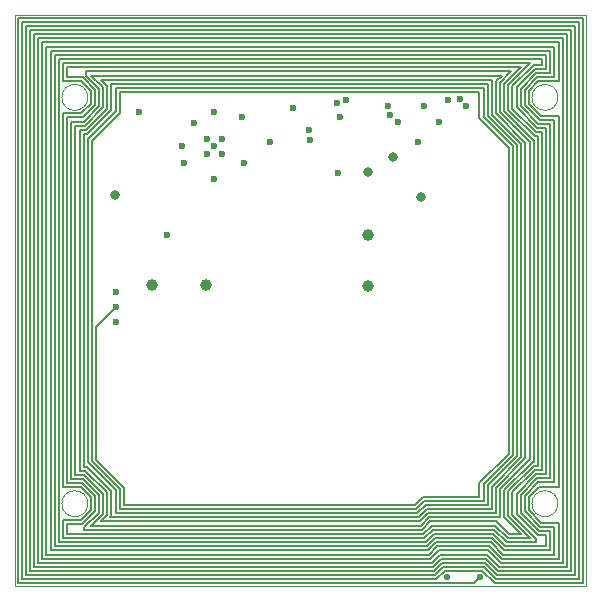
<source format=gbr>
%TF.GenerationSoftware,KiCad,Pcbnew,5.0.2-bee76a0~70~ubuntu18.04.1*%
%TF.CreationDate,2020-02-29T17:21:03-08:00*%
%TF.ProjectId,SolarCellX_v3,536f6c61-7243-4656-9c6c-585f76332e6b,rev?*%
%TF.SameCoordinates,Original*%
%TF.FileFunction,Copper,L3,Inr*%
%TF.FilePolarity,Positive*%
%FSLAX46Y46*%
G04 Gerber Fmt 4.6, Leading zero omitted, Abs format (unit mm)*
G04 Created by KiCad (PCBNEW 5.0.2-bee76a0~70~ubuntu18.04.1) date Sat 29 Feb 2020 05:21:03 PM PST*
%MOMM*%
%LPD*%
G01*
G04 APERTURE LIST*
%ADD10C,0.050000*%
%ADD11C,1.000000*%
%ADD12C,0.600000*%
%ADD13C,0.800000*%
%ADD14C,0.584200*%
%ADD15C,0.190000*%
G04 APERTURE END LIST*
D10*
X96200000Y-47000000D02*
G75*
G03X96200000Y-47000000I-1100000J0D01*
G01*
X96200000Y-81400000D02*
G75*
G03X96200000Y-81400000I-1100000J0D01*
G01*
X136000000Y-81400000D02*
G75*
G03X136000000Y-81400000I-1100000J0D01*
G01*
X136000000Y-47000000D02*
G75*
G03X136000000Y-47000000I-1100000J0D01*
G01*
X90000000Y-88400000D02*
X138400000Y-88400000D01*
X90000000Y-88400000D02*
X90000000Y-40000000D01*
X138400000Y-40000000D02*
X138400000Y-88400000D01*
X90000000Y-40000000D02*
X138400000Y-40000000D01*
D11*
X101600000Y-62865000D03*
X106172000Y-62865000D03*
X119888000Y-58674000D03*
X119888000Y-62992000D03*
D12*
X106253260Y-51754256D03*
X107523260Y-51754256D03*
X106253260Y-50509656D03*
X109410500Y-52514500D03*
X107530900Y-50485040D03*
X106923840Y-51092100D03*
X104302012Y-52519693D03*
D13*
X122050000Y-52050000D03*
X124450000Y-55400000D03*
D12*
X128250000Y-47700000D03*
X124650000Y-47694011D03*
X117537610Y-48650791D03*
X117348000Y-53403500D03*
X121600000Y-47700000D03*
X118047740Y-47243775D03*
X126700000Y-47200000D03*
X117284500Y-47434502D03*
X127700000Y-47100000D03*
X105156000Y-49149000D03*
X111633000Y-50800000D03*
X114950000Y-49750000D03*
X121750000Y-48450000D03*
X124150000Y-50800000D03*
X115050000Y-50600000D03*
X106870500Y-48260000D03*
X109232672Y-48653690D03*
X104144156Y-51144656D03*
X102933500Y-58674000D03*
X100550000Y-48250000D03*
D13*
X119958000Y-53290920D03*
D14*
X126619000Y-87630000D03*
D12*
X98552000Y-64770000D03*
X98552000Y-63500000D03*
X98552000Y-66040000D03*
D14*
X129413000Y-87630000D03*
D12*
X122450000Y-49100000D03*
X125950000Y-49100000D03*
X106913660Y-53938656D03*
X113538000Y-47879000D03*
D13*
X98500000Y-55250000D03*
D15*
X98900000Y-48300000D02*
X98900000Y-46550000D01*
X124000000Y-81850000D02*
X98900000Y-81850000D01*
X124700000Y-81150000D02*
X124000000Y-81850000D01*
X129700000Y-81150000D02*
X124700000Y-81150000D01*
X129700000Y-79750000D02*
X129700000Y-81150000D01*
X132200000Y-77250000D02*
X129700000Y-79750000D01*
X96550000Y-77800000D02*
X96550000Y-50650000D01*
X98550000Y-46200000D02*
X129700000Y-46200000D01*
X129350000Y-46550000D02*
X129350000Y-48750000D01*
X98550000Y-48150000D02*
X98550000Y-46200000D01*
X96200000Y-50500000D02*
X98550000Y-48150000D01*
X98550000Y-80250000D02*
X96200000Y-77900000D01*
X124100000Y-82200000D02*
X98550000Y-82200000D01*
X96550000Y-50650000D02*
X98900000Y-48300000D01*
X130050000Y-79850000D02*
X130050000Y-81500000D01*
X130050000Y-45850000D02*
X130050000Y-48550000D01*
X95850000Y-50100000D02*
X96150000Y-50100000D01*
X98900000Y-80150000D02*
X96550000Y-77800000D01*
X95850000Y-78250000D02*
X95850000Y-50100000D01*
X98200000Y-82450000D02*
X98200000Y-80350000D01*
X98100000Y-82550000D02*
X98200000Y-82450000D01*
X130050000Y-48550000D02*
X132550000Y-51050000D01*
X124900000Y-81850000D02*
X124200000Y-82550000D01*
X130400000Y-79950000D02*
X130400000Y-81850000D01*
X132900000Y-77450000D02*
X130400000Y-79950000D01*
X132900000Y-50950000D02*
X132900000Y-77450000D01*
X130400000Y-48450000D02*
X132900000Y-50950000D01*
X130400000Y-45500000D02*
X130400000Y-48450000D01*
X97300000Y-45500000D02*
X130400000Y-45500000D01*
X132550000Y-77350000D02*
X130050000Y-79850000D01*
X97850000Y-46050000D02*
X97300000Y-45500000D01*
X95500000Y-49750000D02*
X96050000Y-49750000D01*
X96200000Y-77900000D02*
X96200000Y-50500000D01*
X95500000Y-78600000D02*
X95500000Y-49750000D01*
X97850000Y-82350000D02*
X97850000Y-80450000D01*
X124300000Y-82900000D02*
X97300000Y-82900000D01*
X130750000Y-82200000D02*
X125000000Y-82200000D01*
X130750000Y-80050000D02*
X130750000Y-82200000D01*
X133250000Y-77550000D02*
X130750000Y-80050000D01*
X96050000Y-49750000D02*
X97850000Y-47950000D01*
X133250000Y-50850000D02*
X133250000Y-77550000D01*
X130750000Y-48350000D02*
X133250000Y-50850000D01*
X124200000Y-82550000D02*
X98100000Y-82550000D01*
X131250000Y-45150000D02*
X130750000Y-45650000D01*
X97500000Y-47850000D02*
X97500000Y-46150000D01*
X95950000Y-49400000D02*
X97500000Y-47850000D01*
X95150000Y-49400000D02*
X95950000Y-49400000D01*
X97500000Y-80550000D02*
X95900000Y-78950000D01*
X97500000Y-82250000D02*
X97500000Y-80550000D01*
X124400000Y-83250000D02*
X96500000Y-83250000D01*
X133600000Y-77650000D02*
X131100000Y-80150000D01*
X131100000Y-48250000D02*
X133600000Y-50750000D01*
X132050000Y-44800000D02*
X131100000Y-45750000D01*
X124800000Y-81500000D02*
X124100000Y-82200000D01*
X96050000Y-44800000D02*
X132050000Y-44800000D01*
X97150000Y-46250000D02*
X96050000Y-45150000D01*
X97850000Y-80450000D02*
X96000000Y-78600000D01*
X97150000Y-47750000D02*
X97150000Y-46250000D01*
X95850000Y-49050000D02*
X97150000Y-47750000D01*
X129700000Y-46200000D02*
X129700000Y-48650000D01*
X95800000Y-79300000D02*
X94800000Y-79300000D01*
X96150000Y-50100000D02*
X98200000Y-48050000D01*
X97150000Y-80650000D02*
X95800000Y-79300000D01*
X95900000Y-83600000D02*
X95900000Y-83400000D01*
X124500000Y-83600000D02*
X95900000Y-83600000D01*
X125200000Y-82900000D02*
X124500000Y-83600000D01*
X130800000Y-82900000D02*
X125200000Y-82900000D01*
X131850000Y-83950000D02*
X130800000Y-82900000D01*
X132850000Y-83950000D02*
X131850000Y-83950000D01*
X131450000Y-82550000D02*
X132850000Y-83950000D01*
X133850000Y-77850000D02*
X131450000Y-80250000D01*
X132150000Y-80450000D02*
X132150000Y-82350000D01*
X132150000Y-47950000D02*
X134150000Y-49950000D01*
X133950000Y-77850000D02*
X133850000Y-77850000D01*
X135350000Y-49250000D02*
X135350000Y-79250000D01*
X131450000Y-48150000D02*
X133950000Y-50650000D01*
X95750000Y-48700000D02*
X96800000Y-47650000D01*
X94450000Y-45300000D02*
X94450000Y-44450000D01*
X94450000Y-48700000D02*
X95750000Y-48700000D01*
X98900000Y-81850000D02*
X98900000Y-80150000D01*
X97150000Y-82150000D02*
X97150000Y-80650000D01*
X96451570Y-47559838D02*
X96451570Y-46440161D01*
X95700000Y-79650000D02*
X94450000Y-79650000D01*
X96800000Y-80750000D02*
X95700000Y-79650000D01*
X135350000Y-43050000D02*
X135350000Y-44950000D01*
X96800000Y-82050000D02*
X96800000Y-80750000D01*
X97500000Y-46150000D02*
X96500000Y-45150000D01*
X125400000Y-86750000D02*
X91650000Y-86750000D01*
X95700000Y-83150000D02*
X96800000Y-82050000D01*
X96500000Y-45150000D02*
X131250000Y-45150000D01*
X94450000Y-83150000D02*
X95700000Y-83150000D01*
X94450000Y-83950000D02*
X94450000Y-83150000D01*
X124600000Y-83950000D02*
X94450000Y-83950000D01*
X133650000Y-84300000D02*
X131750000Y-84300000D01*
X130700000Y-83250000D02*
X125300000Y-83250000D01*
X131100000Y-80150000D02*
X131100000Y-82550000D01*
X131800000Y-80350000D02*
X131800000Y-82450000D01*
X133950000Y-78200000D02*
X131800000Y-80350000D01*
X134300000Y-78200000D02*
X133950000Y-78200000D01*
X94100000Y-45650000D02*
X94100000Y-44100000D01*
X96451570Y-46440161D02*
X95661409Y-45650000D01*
X95661408Y-48350000D02*
X96451570Y-47559838D01*
X134650000Y-49950000D02*
X134650000Y-78550000D01*
X133950000Y-44250000D02*
X132150000Y-46050000D01*
X94100000Y-48350000D02*
X95661408Y-48350000D01*
X131450000Y-80250000D02*
X131450000Y-82550000D01*
X95611409Y-80000000D02*
X94100000Y-80000000D01*
X135000000Y-84050000D02*
X135000000Y-85000000D01*
X96451570Y-80840161D02*
X95611409Y-80000000D01*
X134300000Y-50300000D02*
X134300000Y-78200000D01*
X136400000Y-42000000D02*
X136400000Y-86400000D01*
X95611408Y-82800000D02*
X96451570Y-81959838D01*
X125400000Y-83600000D02*
X124700000Y-84300000D01*
X134150000Y-84650000D02*
X131650000Y-84650000D01*
X134150000Y-84350000D02*
X134150000Y-84650000D01*
X134050000Y-78550000D02*
X132150000Y-80450000D01*
X133200000Y-46350000D02*
X133200000Y-47650000D01*
X134150000Y-49950000D02*
X134650000Y-49950000D01*
X134050000Y-50300000D02*
X134300000Y-50300000D01*
X125100000Y-82550000D02*
X124400000Y-83250000D01*
X136050000Y-79950000D02*
X134438590Y-79950000D01*
X132150000Y-46050000D02*
X132150000Y-47950000D01*
X134650000Y-44250000D02*
X133950000Y-44250000D01*
X98200000Y-80350000D02*
X96100000Y-78250000D01*
X93750000Y-84650000D02*
X93750000Y-43750000D01*
X93750000Y-43750000D02*
X134650000Y-43750000D01*
X134650000Y-78550000D02*
X134050000Y-78550000D01*
X124800000Y-84650000D02*
X93750000Y-84650000D01*
X125000000Y-82200000D02*
X124300000Y-82900000D01*
X130500000Y-83950000D02*
X125500000Y-83950000D01*
X131550000Y-85000000D02*
X130500000Y-83950000D01*
X90600000Y-87800000D02*
X90600000Y-40600000D01*
X124700000Y-84300000D02*
X94100000Y-84300000D01*
X134300000Y-84050000D02*
X135000000Y-84050000D01*
X132500000Y-82250000D02*
X134300000Y-84050000D01*
X133950000Y-50650000D02*
X133950000Y-77850000D01*
X130050000Y-81500000D02*
X124800000Y-81500000D01*
X134150000Y-78900000D02*
X132500000Y-80550000D01*
X135000000Y-78900000D02*
X134150000Y-78900000D01*
X135000000Y-49600000D02*
X135000000Y-78900000D01*
X94100000Y-82800000D02*
X95611408Y-82800000D01*
X135000000Y-85000000D02*
X131550000Y-85000000D01*
X134650000Y-43750000D02*
X134650000Y-44250000D01*
X134250000Y-49600000D02*
X135000000Y-49600000D01*
X133650000Y-44100000D02*
X131800000Y-45950000D01*
X95150000Y-78950000D02*
X95150000Y-49400000D01*
X132500000Y-47850000D02*
X134250000Y-49600000D01*
X134050000Y-44600000D02*
X132500000Y-46150000D01*
X134250000Y-45300000D02*
X133200000Y-46350000D01*
X135000000Y-43400000D02*
X135000000Y-44600000D01*
X98550000Y-82200000D02*
X98550000Y-80250000D01*
X132550000Y-51050000D02*
X132550000Y-77350000D01*
X90247010Y-40247010D02*
X138152990Y-40247010D01*
X135000000Y-44600000D02*
X134050000Y-44600000D01*
X93400000Y-43400000D02*
X135000000Y-43400000D01*
X93400000Y-85000000D02*
X93400000Y-43400000D01*
X124900000Y-85000000D02*
X93400000Y-85000000D01*
X131450000Y-85350000D02*
X130400000Y-84300000D01*
X125500000Y-83950000D02*
X124800000Y-84650000D01*
X135350000Y-85350000D02*
X131450000Y-85350000D01*
X135350000Y-83700000D02*
X135350000Y-85350000D01*
X131450000Y-45850000D02*
X131450000Y-48150000D01*
X132850000Y-44450000D02*
X131450000Y-45850000D01*
X94800000Y-79300000D02*
X94800000Y-49050000D01*
X130300000Y-84650000D02*
X125700000Y-84650000D01*
X132850000Y-80650000D02*
X132850000Y-82150000D01*
X131150000Y-86400000D02*
X130100000Y-85350000D01*
X135350000Y-79250000D02*
X134250000Y-79250000D01*
X92350000Y-86050000D02*
X92350000Y-42350000D01*
X130600000Y-83600000D02*
X125400000Y-83600000D01*
X134350000Y-49250000D02*
X135350000Y-49250000D01*
X125200000Y-86050000D02*
X92350000Y-86050000D01*
X132850000Y-46250000D02*
X132850000Y-47750000D01*
X134150000Y-44950000D02*
X132850000Y-46250000D01*
X137100000Y-87100000D02*
X130950000Y-87100000D01*
X93050000Y-43050000D02*
X135350000Y-43050000D01*
X131750000Y-84300000D02*
X130700000Y-83250000D01*
X93050000Y-85350000D02*
X93050000Y-43050000D01*
X133548429Y-46440161D02*
X133548429Y-47559838D01*
X90247010Y-88152990D02*
X90247010Y-40247010D01*
X125700000Y-84650000D02*
X125000000Y-85350000D01*
X94450000Y-44450000D02*
X132850000Y-44450000D01*
X132850000Y-47750000D02*
X134350000Y-49250000D01*
X132500000Y-80550000D02*
X132500000Y-82250000D01*
X131350000Y-85700000D02*
X130300000Y-84650000D01*
X133600000Y-50750000D02*
X133600000Y-77650000D01*
X135350000Y-44950000D02*
X134150000Y-44950000D01*
X134350000Y-79600000D02*
X133200000Y-80750000D01*
X90950000Y-87450000D02*
X90950000Y-40950000D01*
X135700000Y-85700000D02*
X131350000Y-85700000D01*
X134250000Y-79250000D02*
X132850000Y-80650000D01*
X96500000Y-83250000D02*
X97500000Y-82250000D01*
X133200000Y-80750000D02*
X133200000Y-82050000D01*
X134450000Y-48900000D02*
X135700000Y-48900000D01*
X133200000Y-47650000D02*
X134450000Y-48900000D01*
X132150000Y-82350000D02*
X134150000Y-84350000D01*
X131850000Y-51250000D02*
X131850000Y-77150000D01*
X131800000Y-82450000D02*
X133650000Y-84300000D01*
X135700000Y-42700000D02*
X135700000Y-45300000D01*
X130750000Y-45650000D02*
X130750000Y-48350000D01*
X91650000Y-86750000D02*
X91650000Y-41650000D01*
X92700000Y-85700000D02*
X92700000Y-42700000D01*
X130400000Y-84300000D02*
X125600000Y-84300000D01*
X125600000Y-87450000D02*
X90950000Y-87450000D01*
X137100000Y-41300000D02*
X137100000Y-87100000D01*
X130200000Y-85000000D02*
X125800000Y-85000000D01*
X131650000Y-84650000D02*
X130600000Y-83600000D01*
X131250000Y-86050000D02*
X130200000Y-85000000D01*
X131050000Y-86750000D02*
X130000000Y-85700000D01*
X131100000Y-82550000D02*
X125100000Y-82550000D01*
X136050000Y-86050000D02*
X131250000Y-86050000D01*
X92000000Y-86400000D02*
X92000000Y-42000000D01*
X98900000Y-46550000D02*
X129350000Y-46550000D01*
X125100000Y-85700000D02*
X92700000Y-85700000D01*
X134338590Y-45650000D02*
X133548429Y-46440161D01*
X136050000Y-83000000D02*
X136050000Y-86050000D01*
X133548429Y-81959838D02*
X134588591Y-83000000D01*
X126400000Y-87100000D02*
X125700000Y-87800000D01*
X133548429Y-80840161D02*
X133548429Y-81959838D01*
X131800000Y-48050000D02*
X134050000Y-50300000D01*
X95661409Y-45650000D02*
X94100000Y-45650000D01*
X134438590Y-79950000D02*
X133548429Y-80840161D01*
X132500000Y-46150000D02*
X132500000Y-47850000D01*
X91300000Y-87100000D02*
X91300000Y-41300000D01*
X125700000Y-87800000D02*
X90600000Y-87800000D01*
X94800000Y-49050000D02*
X95850000Y-49050000D01*
X134538591Y-48550000D02*
X136050000Y-48550000D01*
X97300000Y-82900000D02*
X97850000Y-82350000D01*
X96451570Y-81959838D02*
X96451570Y-80840161D01*
X133200000Y-82050000D02*
X134500000Y-83350000D01*
X135700000Y-45300000D02*
X134250000Y-45300000D01*
X137800000Y-40600000D02*
X137800000Y-87800000D01*
X126200000Y-86400000D02*
X125500000Y-87100000D01*
X94100000Y-80000000D02*
X94100000Y-48350000D01*
X132850000Y-82150000D02*
X134400000Y-83700000D01*
X96100000Y-78250000D02*
X95850000Y-78250000D01*
X136050000Y-42350000D02*
X136050000Y-45650000D01*
X126000000Y-85700000D02*
X125300000Y-86400000D01*
X92350000Y-42350000D02*
X136050000Y-42350000D01*
X125900000Y-85350000D02*
X125200000Y-86050000D01*
X130100000Y-85350000D02*
X125900000Y-85350000D01*
X134588591Y-83000000D02*
X136050000Y-83000000D01*
X129413000Y-87630000D02*
X128890010Y-88152990D01*
X130000000Y-85700000D02*
X126000000Y-85700000D01*
X131850000Y-77150000D02*
X129350000Y-79650000D01*
X131800000Y-45950000D02*
X131800000Y-48050000D01*
X95900000Y-78950000D02*
X95150000Y-78950000D01*
X128890010Y-88152990D02*
X90247010Y-88152990D01*
X136750000Y-41650000D02*
X136750000Y-86750000D01*
X125600000Y-84300000D02*
X124900000Y-85000000D01*
X136400000Y-86400000D02*
X131150000Y-86400000D01*
X95750000Y-45300000D02*
X94450000Y-45300000D01*
X96800000Y-46350000D02*
X95750000Y-45300000D01*
X129350000Y-48750000D02*
X131850000Y-51250000D01*
X136050000Y-45650000D02*
X134338590Y-45650000D01*
X136750000Y-86750000D02*
X131050000Y-86750000D01*
X132200000Y-51150000D02*
X132200000Y-77250000D01*
X125300000Y-83250000D02*
X124600000Y-83950000D01*
X126100000Y-86050000D02*
X125400000Y-86750000D01*
X94100000Y-84300000D02*
X94100000Y-82800000D01*
X130950000Y-87100000D02*
X129900000Y-86050000D01*
X135700000Y-83350000D02*
X135700000Y-85700000D01*
X125300000Y-86400000D02*
X92000000Y-86400000D01*
X90600000Y-40600000D02*
X137800000Y-40600000D01*
X96050000Y-45150000D02*
X96050000Y-44800000D01*
X135700000Y-48900000D02*
X135700000Y-79600000D01*
X125500000Y-87100000D02*
X91300000Y-87100000D01*
X125800000Y-85000000D02*
X125100000Y-85700000D01*
X98200000Y-45850000D02*
X130050000Y-45850000D01*
X94450000Y-79650000D02*
X94450000Y-48700000D01*
X129800000Y-86400000D02*
X126200000Y-86400000D01*
X129700000Y-48650000D02*
X132200000Y-51150000D01*
X137450000Y-87450000D02*
X130850000Y-87450000D01*
X129700000Y-86750000D02*
X126300000Y-86750000D01*
X134500000Y-83350000D02*
X135700000Y-83350000D01*
X126300000Y-86750000D02*
X125600000Y-87450000D01*
X90950000Y-40950000D02*
X137450000Y-40950000D01*
X130400000Y-81850000D02*
X124900000Y-81850000D01*
X125000000Y-85350000D02*
X93050000Y-85350000D01*
X137450000Y-40950000D02*
X137450000Y-87450000D01*
X96000000Y-78600000D02*
X95500000Y-78600000D01*
X131100000Y-45750000D02*
X131100000Y-48250000D01*
X136050000Y-48550000D02*
X136050000Y-79950000D01*
X138152990Y-40247010D02*
X138152990Y-88152990D01*
X91650000Y-41650000D02*
X136750000Y-41650000D01*
X129900000Y-86050000D02*
X126100000Y-86050000D01*
X137800000Y-87800000D02*
X130750000Y-87800000D01*
X130750000Y-87800000D02*
X129700000Y-86750000D01*
X96800000Y-47650000D02*
X96800000Y-46350000D01*
X133548429Y-47559838D02*
X134538591Y-48550000D01*
X91300000Y-41300000D02*
X137100000Y-41300000D01*
X129600000Y-87100000D02*
X126400000Y-87100000D01*
X135700000Y-79600000D02*
X134350000Y-79600000D01*
X134400000Y-83700000D02*
X135350000Y-83700000D01*
X95900000Y-83400000D02*
X97150000Y-82150000D01*
X92700000Y-42700000D02*
X135700000Y-42700000D01*
X130652990Y-88152990D02*
X129600000Y-87100000D01*
X98200000Y-48050000D02*
X98200000Y-45850000D01*
X94100000Y-44100000D02*
X133650000Y-44100000D01*
X130850000Y-87450000D02*
X129800000Y-86400000D01*
X97850000Y-47950000D02*
X97850000Y-46050000D01*
X138152990Y-88152990D02*
X130652990Y-88152990D01*
X92000000Y-42000000D02*
X136400000Y-42000000D01*
X129350000Y-79650000D02*
X129350000Y-80800000D01*
X129350000Y-80800000D02*
X124600000Y-80800000D01*
X124600000Y-80800000D02*
X123900000Y-81500000D01*
X123900000Y-81500000D02*
X99250000Y-81500000D01*
X99250000Y-81500000D02*
X99250000Y-80050000D01*
X99250000Y-80050000D02*
X96900000Y-77700000D01*
X96900000Y-66422000D02*
X98552000Y-64770000D01*
X96900000Y-77700000D02*
X96900000Y-66422000D01*
M02*

</source>
